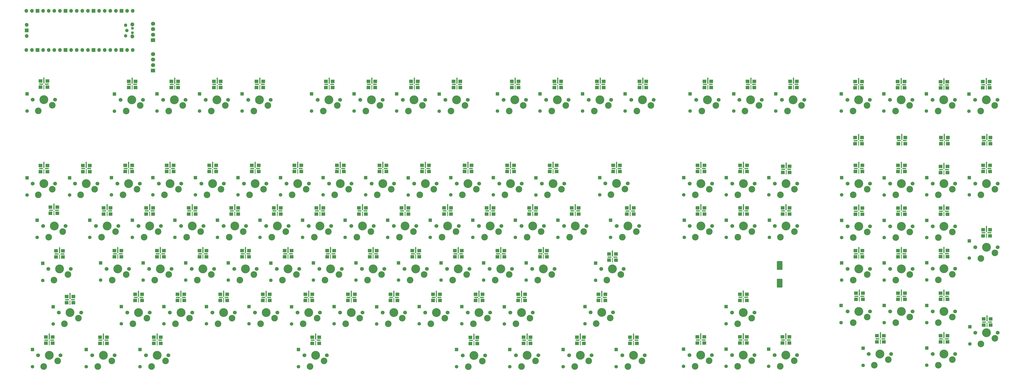
<source format=gbr>
%TF.GenerationSoftware,KiCad,Pcbnew,(5.1.9)-1*%
%TF.CreationDate,2021-03-19T23:51:34+10:00*%
%TF.ProjectId,RedPyKeeb,52656450-794b-4656-9562-2e6b69636164,rev?*%
%TF.SameCoordinates,Original*%
%TF.FileFunction,Soldermask,Top*%
%TF.FilePolarity,Negative*%
%FSLAX46Y46*%
G04 Gerber Fmt 4.6, Leading zero omitted, Abs format (unit mm)*
G04 Created by KiCad (PCBNEW (5.1.9)-1) date 2021-03-19 23:51:34*
%MOMM*%
%LPD*%
G01*
G04 APERTURE LIST*
%ADD10C,1.750000*%
%ADD11C,4.000000*%
%ADD12C,3.000000*%
%ADD13R,1.800000X1.500000*%
%ADD14R,1.800000X0.500000*%
%ADD15R,0.300000X2.000000*%
%ADD16R,0.600000X2.780000*%
%ADD17C,0.100000*%
%ADD18O,1.700000X1.700000*%
%ADD19R,1.700000X1.700000*%
%ADD20O,1.800000X1.800000*%
%ADD21O,1.500000X1.500000*%
%ADD22C,1.600000*%
%ADD23R,1.600000X1.600000*%
%ADD24O,1.950000X1.700000*%
G04 APERTURE END LIST*
D10*
%TO.C,K12\u002C3*%
X285877000Y-102933500D03*
X296037000Y-102933500D03*
D11*
X290957000Y-102933500D03*
D12*
X288417000Y-108013500D03*
X294767000Y-105473500D03*
%TD*%
D13*
%TO.C,LD0\u002C4*%
X46444500Y-118303500D03*
D14*
X46244500Y-116903500D03*
D13*
X46444500Y-115503500D03*
D14*
X43544500Y-116903500D03*
D13*
X43344500Y-115503500D03*
X43344500Y-118303500D03*
D15*
X44894500Y-118233500D03*
D16*
X44894500Y-115213500D03*
%TD*%
D13*
%TO.C,LD0\u002C0*%
X34633500Y-20513500D03*
D14*
X34433500Y-19113500D03*
D13*
X34633500Y-17713500D03*
D14*
X31733500Y-19113500D03*
D13*
X31533500Y-17713500D03*
X31533500Y-20513500D03*
D15*
X33083500Y-20443500D03*
D16*
X33083500Y-17423500D03*
%TD*%
D13*
%TO.C,LD0\u002C3*%
X41682000Y-97539000D03*
D14*
X41482000Y-96139000D03*
D13*
X41682000Y-94739000D03*
D14*
X38782000Y-96139000D03*
D13*
X38582000Y-94739000D03*
X38582000Y-97539000D03*
D15*
X40132000Y-97469000D03*
D16*
X40132000Y-94449000D03*
%TD*%
D13*
%TO.C,LD0\u002C5*%
X37046500Y-136655000D03*
D14*
X36846500Y-135255000D03*
D13*
X37046500Y-133855000D03*
D14*
X34146500Y-135255000D03*
D13*
X33946500Y-133855000D03*
X33946500Y-136655000D03*
D15*
X35496500Y-136585000D03*
D16*
X35496500Y-133565000D03*
%TD*%
D13*
%TO.C,LD0\u002C1*%
X34633500Y-58804000D03*
D14*
X34433500Y-57404000D03*
D13*
X34633500Y-56004000D03*
D14*
X31733500Y-57404000D03*
D13*
X31533500Y-56004000D03*
X31533500Y-58804000D03*
D15*
X33083500Y-58734000D03*
D16*
X33083500Y-55714000D03*
%TD*%
D13*
%TO.C,LD0\u002C2*%
X39142000Y-77727000D03*
D14*
X38942000Y-76327000D03*
D13*
X39142000Y-74927000D03*
D14*
X36242000Y-76327000D03*
D13*
X36042000Y-74927000D03*
X36042000Y-77727000D03*
D15*
X37592000Y-77657000D03*
D16*
X37592000Y-74637000D03*
%TD*%
D13*
%TO.C,LD1\u002C2*%
X63272000Y-78031800D03*
D14*
X63072000Y-76631800D03*
D13*
X63272000Y-75231800D03*
D14*
X60372000Y-76631800D03*
D13*
X60172000Y-75231800D03*
X60172000Y-78031800D03*
D15*
X61722000Y-77961800D03*
D16*
X61722000Y-74941800D03*
%TD*%
D13*
%TO.C,LD1\u002C5*%
X61621000Y-136705800D03*
D14*
X61421000Y-135305800D03*
D13*
X61621000Y-133905800D03*
D14*
X58721000Y-135305800D03*
D13*
X58521000Y-133905800D03*
X58521000Y-136705800D03*
D15*
X60071000Y-136635800D03*
D16*
X60071000Y-133615800D03*
%TD*%
D13*
%TO.C,LD1\u002C3*%
X68161500Y-97462800D03*
D14*
X67961500Y-96062800D03*
D13*
X68161500Y-94662800D03*
D14*
X65261500Y-96062800D03*
D13*
X65061500Y-94662800D03*
X65061500Y-97462800D03*
D15*
X66611500Y-97392800D03*
D16*
X66611500Y-94372800D03*
%TD*%
D13*
%TO.C,LD1\u002C1*%
X53848600Y-58804000D03*
D14*
X53648600Y-57404000D03*
D13*
X53848600Y-56004000D03*
D14*
X50948600Y-57404000D03*
D13*
X50748600Y-56004000D03*
X50748600Y-58804000D03*
D15*
X52298600Y-58734000D03*
D16*
X52298600Y-55714000D03*
%TD*%
D13*
%TO.C,LD1\u002C4*%
X77559500Y-117274800D03*
D14*
X77359500Y-115874800D03*
D13*
X77559500Y-114474800D03*
D14*
X74659500Y-115874800D03*
D13*
X74459500Y-114474800D03*
X74459500Y-117274800D03*
D15*
X76009500Y-117204800D03*
D16*
X76009500Y-114184800D03*
%TD*%
D13*
%TO.C,LD1\u002C0*%
X74638500Y-20627800D03*
D14*
X74438500Y-19227800D03*
D13*
X74638500Y-17827800D03*
D14*
X71738500Y-19227800D03*
D13*
X71538500Y-17827800D03*
X71538500Y-20627800D03*
D15*
X73088500Y-20557800D03*
D16*
X73088500Y-17537800D03*
%TD*%
D13*
%TO.C,LD2\u002C2*%
X82576000Y-78031800D03*
D14*
X82376000Y-76631800D03*
D13*
X82576000Y-75231800D03*
D14*
X79676000Y-76631800D03*
D13*
X79476000Y-75231800D03*
X79476000Y-78031800D03*
D15*
X81026000Y-77961800D03*
D16*
X81026000Y-74941800D03*
%TD*%
D13*
%TO.C,LD2\u002C1*%
X73051000Y-58791300D03*
D14*
X72851000Y-57391300D03*
D13*
X73051000Y-55991300D03*
D14*
X70151000Y-57391300D03*
D13*
X69951000Y-55991300D03*
X69951000Y-58791300D03*
D15*
X71501000Y-58721300D03*
D16*
X71501000Y-55701300D03*
%TD*%
D13*
%TO.C,LD2\u002C0*%
X93942500Y-20627800D03*
D14*
X93742500Y-19227800D03*
D13*
X93942500Y-17827800D03*
D14*
X91042500Y-19227800D03*
D13*
X90842500Y-17827800D03*
X90842500Y-20627800D03*
D15*
X92392500Y-20557800D03*
D16*
X92392500Y-17537800D03*
%TD*%
D13*
%TO.C,LD2\u002C4*%
X96723500Y-117274800D03*
D14*
X96523500Y-115874800D03*
D13*
X96723500Y-114474800D03*
D14*
X93823500Y-115874800D03*
D13*
X93623500Y-114474800D03*
X93623500Y-117274800D03*
D15*
X95173500Y-117204800D03*
D16*
X95173500Y-114184800D03*
%TD*%
D13*
%TO.C,LD2\u002C5*%
X86005000Y-136705800D03*
D14*
X85805000Y-135305800D03*
D13*
X86005000Y-133905800D03*
D14*
X83105000Y-135305800D03*
D13*
X82905000Y-133905800D03*
X82905000Y-136705800D03*
D15*
X84455000Y-136635800D03*
D16*
X84455000Y-133615800D03*
%TD*%
D13*
%TO.C,LD2\u002C3*%
X87465500Y-97462800D03*
D14*
X87265500Y-96062800D03*
D13*
X87465500Y-94662800D03*
D14*
X84565500Y-96062800D03*
D13*
X84365500Y-94662800D03*
X84365500Y-97462800D03*
D15*
X85915500Y-97392800D03*
D16*
X85915500Y-94372800D03*
%TD*%
D13*
%TO.C,LD3\u002C3*%
X106769500Y-97462800D03*
D14*
X106569500Y-96062800D03*
D13*
X106769500Y-94662800D03*
D14*
X103869500Y-96062800D03*
D13*
X103669500Y-94662800D03*
X103669500Y-97462800D03*
D15*
X105219500Y-97392800D03*
D16*
X105219500Y-94372800D03*
%TD*%
D13*
%TO.C,LD3\u002C5*%
X157887000Y-136705800D03*
D14*
X157687000Y-135305800D03*
D13*
X157887000Y-133905800D03*
D14*
X154987000Y-135305800D03*
D13*
X154787000Y-133905800D03*
X154787000Y-136705800D03*
D15*
X156337000Y-136635800D03*
D16*
X156337000Y-133615800D03*
%TD*%
D13*
%TO.C,LD3\u002C4*%
X116167500Y-117274800D03*
D14*
X115967500Y-115874800D03*
D13*
X116167500Y-114474800D03*
D14*
X113267500Y-115874800D03*
D13*
X113067500Y-114474800D03*
X113067500Y-117274800D03*
D15*
X114617500Y-117204800D03*
D16*
X114617500Y-114184800D03*
%TD*%
D13*
%TO.C,LD3\u002C2*%
X101880000Y-78031800D03*
D14*
X101680000Y-76631800D03*
D13*
X101880000Y-75231800D03*
D14*
X98980000Y-76631800D03*
D13*
X98780000Y-75231800D03*
X98780000Y-78031800D03*
D15*
X100330000Y-77961800D03*
D16*
X100330000Y-74941800D03*
%TD*%
D13*
%TO.C,LD3\u002C1*%
X91847000Y-58791300D03*
D14*
X91647000Y-57391300D03*
D13*
X91847000Y-55991300D03*
D14*
X88947000Y-57391300D03*
D13*
X88747000Y-55991300D03*
X88747000Y-58791300D03*
D15*
X90297000Y-58721300D03*
D16*
X90297000Y-55701300D03*
%TD*%
D13*
%TO.C,LD3\u002C0*%
X113246500Y-20627800D03*
D14*
X113046500Y-19227800D03*
D13*
X113246500Y-17827800D03*
D14*
X110346500Y-19227800D03*
D13*
X110146500Y-17827800D03*
X110146500Y-20627800D03*
D15*
X111696500Y-20557800D03*
D16*
X111696500Y-17537800D03*
%TD*%
D13*
%TO.C,LD4\u002C1*%
X111151000Y-58791300D03*
D14*
X110951000Y-57391300D03*
D13*
X111151000Y-55991300D03*
D14*
X108251000Y-57391300D03*
D13*
X108051000Y-55991300D03*
X108051000Y-58791300D03*
D15*
X109601000Y-58721300D03*
D16*
X109601000Y-55701300D03*
%TD*%
D13*
%TO.C,LD4\u002C2*%
X121184000Y-78031800D03*
D14*
X120984000Y-76631800D03*
D13*
X121184000Y-75231800D03*
D14*
X118284000Y-76631800D03*
D13*
X118084000Y-75231800D03*
X118084000Y-78031800D03*
D15*
X119634000Y-77961800D03*
D16*
X119634000Y-74941800D03*
%TD*%
D13*
%TO.C,LD4\u002C0*%
X132550500Y-20627800D03*
D14*
X132350500Y-19227800D03*
D13*
X132550500Y-17827800D03*
D14*
X129650500Y-19227800D03*
D13*
X129450500Y-17827800D03*
X129450500Y-20627800D03*
D15*
X131000500Y-20557800D03*
D16*
X131000500Y-17537800D03*
%TD*%
D13*
%TO.C,LD4\u002C4*%
X135471500Y-117274800D03*
D14*
X135271500Y-115874800D03*
D13*
X135471500Y-114474800D03*
D14*
X132571500Y-115874800D03*
D13*
X132371500Y-114474800D03*
X132371500Y-117274800D03*
D15*
X133921500Y-117204800D03*
D16*
X133921500Y-114184800D03*
%TD*%
D13*
%TO.C,LD4\u002C3*%
X126073500Y-97462800D03*
D14*
X125873500Y-96062800D03*
D13*
X126073500Y-94662800D03*
D14*
X123173500Y-96062800D03*
D13*
X122973500Y-94662800D03*
X122973500Y-97462800D03*
D15*
X124523500Y-97392800D03*
D16*
X124523500Y-94372800D03*
%TD*%
D13*
%TO.C,LD5\u002C3*%
X145377500Y-97462800D03*
D14*
X145177500Y-96062800D03*
D13*
X145377500Y-94662800D03*
D14*
X142477500Y-96062800D03*
D13*
X142277500Y-94662800D03*
X142277500Y-97462800D03*
D15*
X143827500Y-97392800D03*
D16*
X143827500Y-94372800D03*
%TD*%
D13*
%TO.C,LD5\u002C0*%
X164046500Y-20627800D03*
D14*
X163846500Y-19227800D03*
D13*
X164046500Y-17827800D03*
D14*
X161146500Y-19227800D03*
D13*
X160946500Y-17827800D03*
X160946500Y-20627800D03*
D15*
X162496500Y-20557800D03*
D16*
X162496500Y-17537800D03*
%TD*%
D13*
%TO.C,LD5\u002C4*%
X154775500Y-117274800D03*
D14*
X154575500Y-115874800D03*
D13*
X154775500Y-114474800D03*
D14*
X151875500Y-115874800D03*
D13*
X151675500Y-114474800D03*
X151675500Y-117274800D03*
D15*
X153225500Y-117204800D03*
D16*
X153225500Y-114184800D03*
%TD*%
D13*
%TO.C,LD5\u002C2*%
X140488000Y-78031800D03*
D14*
X140288000Y-76631800D03*
D13*
X140488000Y-75231800D03*
D14*
X137588000Y-76631800D03*
D13*
X137388000Y-75231800D03*
X137388000Y-78031800D03*
D15*
X138938000Y-77961800D03*
D16*
X138938000Y-74941800D03*
%TD*%
D13*
%TO.C,LD5\u002C1*%
X130455000Y-58791300D03*
D14*
X130255000Y-57391300D03*
D13*
X130455000Y-55991300D03*
D14*
X127555000Y-57391300D03*
D13*
X127355000Y-55991300D03*
X127355000Y-58791300D03*
D15*
X128905000Y-58721300D03*
D16*
X128905000Y-55701300D03*
%TD*%
D13*
%TO.C,LD6\u002C2*%
X159792000Y-78031800D03*
D14*
X159592000Y-76631800D03*
D13*
X159792000Y-75231800D03*
D14*
X156892000Y-76631800D03*
D13*
X156692000Y-75231800D03*
X156692000Y-78031800D03*
D15*
X158242000Y-77961800D03*
D16*
X158242000Y-74941800D03*
%TD*%
D13*
%TO.C,LD6\u002C0*%
X183350500Y-20627800D03*
D14*
X183150500Y-19227800D03*
D13*
X183350500Y-17827800D03*
D14*
X180450500Y-19227800D03*
D13*
X180250500Y-17827800D03*
X180250500Y-20627800D03*
D15*
X181800500Y-20557800D03*
D16*
X181800500Y-17537800D03*
%TD*%
D13*
%TO.C,LD6\u002C4*%
X174079500Y-117274800D03*
D14*
X173879500Y-115874800D03*
D13*
X174079500Y-114474800D03*
D14*
X171179500Y-115874800D03*
D13*
X170979500Y-114474800D03*
X170979500Y-117274800D03*
D15*
X172529500Y-117204800D03*
D16*
X172529500Y-114184800D03*
%TD*%
D13*
%TO.C,LD6\u002C3*%
X164681500Y-97462800D03*
D14*
X164481500Y-96062800D03*
D13*
X164681500Y-94662800D03*
D14*
X161781500Y-96062800D03*
D13*
X161581500Y-94662800D03*
X161581500Y-97462800D03*
D15*
X163131500Y-97392800D03*
D16*
X163131500Y-94372800D03*
%TD*%
D13*
%TO.C,LD6\u002C1*%
X149759000Y-58791300D03*
D14*
X149559000Y-57391300D03*
D13*
X149759000Y-55991300D03*
D14*
X146859000Y-57391300D03*
D13*
X146659000Y-55991300D03*
X146659000Y-58791300D03*
D15*
X148209000Y-58721300D03*
D16*
X148209000Y-55701300D03*
%TD*%
D13*
%TO.C,LD7\u002C0*%
X202654500Y-20627800D03*
D14*
X202454500Y-19227800D03*
D13*
X202654500Y-17827800D03*
D14*
X199754500Y-19227800D03*
D13*
X199554500Y-17827800D03*
X199554500Y-20627800D03*
D15*
X201104500Y-20557800D03*
D16*
X201104500Y-17537800D03*
%TD*%
D13*
%TO.C,LD7\u002C4*%
X193383500Y-117274800D03*
D14*
X193183500Y-115874800D03*
D13*
X193383500Y-114474800D03*
D14*
X190483500Y-115874800D03*
D13*
X190283500Y-114474800D03*
X190283500Y-117274800D03*
D15*
X191833500Y-117204800D03*
D16*
X191833500Y-114184800D03*
%TD*%
D13*
%TO.C,LD7\u002C3*%
X183985500Y-97462800D03*
D14*
X183785500Y-96062800D03*
D13*
X183985500Y-94662800D03*
D14*
X181085500Y-96062800D03*
D13*
X180885500Y-94662800D03*
X180885500Y-97462800D03*
D15*
X182435500Y-97392800D03*
D16*
X182435500Y-94372800D03*
%TD*%
D13*
%TO.C,LD7\u002C1*%
X169063000Y-58791300D03*
D14*
X168863000Y-57391300D03*
D13*
X169063000Y-55991300D03*
D14*
X166163000Y-57391300D03*
D13*
X165963000Y-55991300D03*
X165963000Y-58791300D03*
D15*
X167513000Y-58721300D03*
D16*
X167513000Y-55701300D03*
%TD*%
D13*
%TO.C,LD7\u002C2*%
X179096000Y-78031800D03*
D14*
X178896000Y-76631800D03*
D13*
X179096000Y-75231800D03*
D14*
X176196000Y-76631800D03*
D13*
X175996000Y-75231800D03*
X175996000Y-78031800D03*
D15*
X177546000Y-77961800D03*
D16*
X177546000Y-74941800D03*
%TD*%
D13*
%TO.C,LD8\u002C3*%
X203289500Y-97462800D03*
D14*
X203089500Y-96062800D03*
D13*
X203289500Y-94662800D03*
D14*
X200389500Y-96062800D03*
D13*
X200189500Y-94662800D03*
X200189500Y-97462800D03*
D15*
X201739500Y-97392800D03*
D16*
X201739500Y-94372800D03*
%TD*%
D13*
%TO.C,LD8\u002C4*%
X212687500Y-117274800D03*
D14*
X212487500Y-115874800D03*
D13*
X212687500Y-114474800D03*
D14*
X209787500Y-115874800D03*
D13*
X209587500Y-114474800D03*
X209587500Y-117274800D03*
D15*
X211137500Y-117204800D03*
D16*
X211137500Y-114184800D03*
%TD*%
D13*
%TO.C,LD8\u002C0*%
X221958500Y-20627800D03*
D14*
X221758500Y-19227800D03*
D13*
X221958500Y-17827800D03*
D14*
X219058500Y-19227800D03*
D13*
X218858500Y-17827800D03*
X218858500Y-20627800D03*
D15*
X220408500Y-20557800D03*
D16*
X220408500Y-17537800D03*
%TD*%
D13*
%TO.C,LD8\u002C2*%
X198400000Y-78031800D03*
D14*
X198200000Y-76631800D03*
D13*
X198400000Y-75231800D03*
D14*
X195500000Y-76631800D03*
D13*
X195300000Y-75231800D03*
X195300000Y-78031800D03*
D15*
X196850000Y-77961800D03*
D16*
X196850000Y-74941800D03*
%TD*%
D13*
%TO.C,LD8\u002C1*%
X188367000Y-58791300D03*
D14*
X188167000Y-57391300D03*
D13*
X188367000Y-55991300D03*
D14*
X185467000Y-57391300D03*
D13*
X185267000Y-55991300D03*
X185267000Y-58791300D03*
D15*
X186817000Y-58721300D03*
D16*
X186817000Y-55701300D03*
%TD*%
D13*
%TO.C,LD8\u002C5*%
X229642000Y-136814599D03*
D14*
X229442000Y-135414599D03*
D13*
X229642000Y-134014599D03*
D14*
X226742000Y-135414599D03*
D13*
X226542000Y-134014599D03*
X226542000Y-136814599D03*
D15*
X228092000Y-136744599D03*
D16*
X228092000Y-133724599D03*
%TD*%
D13*
%TO.C,LD9\u002C0*%
X248374500Y-20627800D03*
D14*
X248174500Y-19227800D03*
D13*
X248374500Y-17827800D03*
D14*
X245474500Y-19227800D03*
D13*
X245274500Y-17827800D03*
X245274500Y-20627800D03*
D15*
X246824500Y-20557800D03*
D16*
X246824500Y-17537800D03*
%TD*%
D13*
%TO.C,LD9\u002C1*%
X207671000Y-58791300D03*
D14*
X207471000Y-57391300D03*
D13*
X207671000Y-55991300D03*
D14*
X204771000Y-57391300D03*
D13*
X204571000Y-55991300D03*
X204571000Y-58791300D03*
D15*
X206121000Y-58721300D03*
D16*
X206121000Y-55701300D03*
%TD*%
D13*
%TO.C,LD9\u002C4*%
X231991500Y-117274800D03*
D14*
X231791500Y-115874800D03*
D13*
X231991500Y-114474800D03*
D14*
X229091500Y-115874800D03*
D13*
X228891500Y-114474800D03*
X228891500Y-117274800D03*
D15*
X230441500Y-117204800D03*
D16*
X230441500Y-114184800D03*
%TD*%
D13*
%TO.C,LD9\u002C3*%
X222593500Y-97462800D03*
D14*
X222393500Y-96062800D03*
D13*
X222593500Y-94662800D03*
D14*
X219693500Y-96062800D03*
D13*
X219493500Y-94662800D03*
X219493500Y-97462800D03*
D15*
X221043500Y-97392800D03*
D16*
X221043500Y-94372800D03*
%TD*%
D13*
%TO.C,LD9\u002C5*%
X253772000Y-136705800D03*
D14*
X253572000Y-135305800D03*
D13*
X253772000Y-133905800D03*
D14*
X250872000Y-135305800D03*
D13*
X250672000Y-133905800D03*
X250672000Y-136705800D03*
D15*
X252222000Y-136635800D03*
D16*
X252222000Y-133615800D03*
%TD*%
D13*
%TO.C,LD9\u002C2*%
X217704000Y-78031800D03*
D14*
X217504000Y-76631800D03*
D13*
X217704000Y-75231800D03*
D14*
X214804000Y-76631800D03*
D13*
X214604000Y-75231800D03*
X214604000Y-78031800D03*
D15*
X216154000Y-77961800D03*
D16*
X216154000Y-74941800D03*
%TD*%
D13*
%TO.C,LD10\u002C0*%
X267678500Y-20627800D03*
D14*
X267478500Y-19227800D03*
D13*
X267678500Y-17827800D03*
D14*
X264778500Y-19227800D03*
D13*
X264578500Y-17827800D03*
X264578500Y-20627800D03*
D15*
X266128500Y-20557800D03*
D16*
X266128500Y-17537800D03*
%TD*%
D13*
%TO.C,LD10\u002C5*%
X277965500Y-136705800D03*
D14*
X277765500Y-135305800D03*
D13*
X277965500Y-133905800D03*
D14*
X275065500Y-135305800D03*
D13*
X274865500Y-133905800D03*
X274865500Y-136705800D03*
D15*
X276415500Y-136635800D03*
D16*
X276415500Y-133615800D03*
%TD*%
D13*
%TO.C,LD10\u002C1*%
X226975000Y-58791300D03*
D14*
X226775000Y-57391300D03*
D13*
X226975000Y-55991300D03*
D14*
X224075000Y-57391300D03*
D13*
X223875000Y-55991300D03*
X223875000Y-58791300D03*
D15*
X225425000Y-58721300D03*
D16*
X225425000Y-55701300D03*
%TD*%
D13*
%TO.C,LD10\u002C2*%
X237008000Y-78031800D03*
D14*
X236808000Y-76631800D03*
D13*
X237008000Y-75231800D03*
D14*
X234108000Y-76631800D03*
D13*
X233908000Y-75231800D03*
X233908000Y-78031800D03*
D15*
X235458000Y-77961800D03*
D16*
X235458000Y-74941800D03*
%TD*%
D13*
%TO.C,LD10\u002C4*%
X251295500Y-117274800D03*
D14*
X251095500Y-115874800D03*
D13*
X251295500Y-114474800D03*
D14*
X248395500Y-115874800D03*
D13*
X248195500Y-114474800D03*
X248195500Y-117274800D03*
D15*
X249745500Y-117204800D03*
D16*
X249745500Y-114184800D03*
%TD*%
D13*
%TO.C,LD10\u002C3*%
X241897500Y-97462800D03*
D14*
X241697500Y-96062800D03*
D13*
X241897500Y-94662800D03*
D14*
X238997500Y-96062800D03*
D13*
X238797500Y-94662800D03*
X238797500Y-97462800D03*
D15*
X240347500Y-97392800D03*
D16*
X240347500Y-94372800D03*
%TD*%
D13*
%TO.C,LD11\u002C1*%
X246279000Y-58791300D03*
D14*
X246079000Y-57391300D03*
D13*
X246279000Y-55991300D03*
D14*
X243379000Y-57391300D03*
D13*
X243179000Y-55991300D03*
X243179000Y-58791300D03*
D15*
X244729000Y-58721300D03*
D16*
X244729000Y-55701300D03*
%TD*%
D13*
%TO.C,LD11\u002C3*%
X261201500Y-97462800D03*
D14*
X261001500Y-96062800D03*
D13*
X261201500Y-94662800D03*
D14*
X258301500Y-96062800D03*
D13*
X258101500Y-94662800D03*
X258101500Y-97462800D03*
D15*
X259651500Y-97392800D03*
D16*
X259651500Y-94372800D03*
%TD*%
D13*
%TO.C,LD11\u002C0*%
X286982500Y-20627800D03*
D14*
X286782500Y-19227800D03*
D13*
X286982500Y-17827800D03*
D14*
X284082500Y-19227800D03*
D13*
X283882500Y-17827800D03*
X283882500Y-20627800D03*
D15*
X285432500Y-20557800D03*
D16*
X285432500Y-17537800D03*
%TD*%
D13*
%TO.C,LD11\u002C5*%
X302032000Y-136705800D03*
D14*
X301832000Y-135305800D03*
D13*
X302032000Y-133905800D03*
D14*
X299132000Y-135305800D03*
D13*
X298932000Y-133905800D03*
X298932000Y-136705800D03*
D15*
X300482000Y-136635800D03*
D16*
X300482000Y-133615800D03*
%TD*%
D13*
%TO.C,LD11\u002C2*%
X256312000Y-78031800D03*
D14*
X256112000Y-76631800D03*
D13*
X256312000Y-75231800D03*
D14*
X253412000Y-76631800D03*
D13*
X253212000Y-75231800D03*
X253212000Y-78031800D03*
D15*
X254762000Y-77961800D03*
D16*
X254762000Y-74941800D03*
%TD*%
D13*
%TO.C,LD11\u002C4*%
X287681000Y-117274800D03*
D14*
X287481000Y-115874800D03*
D13*
X287681000Y-114474800D03*
D14*
X284781000Y-115874800D03*
D13*
X284581000Y-114474800D03*
X284581000Y-117274800D03*
D15*
X286131000Y-117204800D03*
D16*
X286131000Y-114184800D03*
%TD*%
D13*
%TO.C,LD12\u002C2*%
X275616000Y-78031800D03*
D14*
X275416000Y-76631800D03*
D13*
X275616000Y-75231800D03*
D14*
X272716000Y-76631800D03*
D13*
X272516000Y-75231800D03*
X272516000Y-78031800D03*
D15*
X274066000Y-77961800D03*
D16*
X274066000Y-74941800D03*
%TD*%
D13*
%TO.C,LD12\u002C3*%
X292507000Y-98999500D03*
D14*
X292307000Y-97599500D03*
D13*
X292507000Y-96199500D03*
D14*
X289607000Y-97599500D03*
D13*
X289407000Y-96199500D03*
X289407000Y-98999500D03*
D15*
X290957000Y-98929500D03*
D16*
X290957000Y-95909500D03*
%TD*%
D13*
%TO.C,LD12\u002C1*%
X265583000Y-58791300D03*
D14*
X265383000Y-57391300D03*
D13*
X265583000Y-55991300D03*
D14*
X262683000Y-57391300D03*
D13*
X262483000Y-55991300D03*
X262483000Y-58791300D03*
D15*
X264033000Y-58721300D03*
D16*
X264033000Y-55701300D03*
%TD*%
D13*
%TO.C,LD12\u002C0*%
X306286500Y-20627800D03*
D14*
X306086500Y-19227800D03*
D13*
X306286500Y-17827800D03*
D14*
X303386500Y-19227800D03*
D13*
X303186500Y-17827800D03*
X303186500Y-20627800D03*
D15*
X304736500Y-20557800D03*
D16*
X304736500Y-17537800D03*
%TD*%
D13*
%TO.C,LD13\u002C2*%
X300571500Y-78095300D03*
D14*
X300371500Y-76695300D03*
D13*
X300571500Y-75295300D03*
D14*
X297671500Y-76695300D03*
D13*
X297471500Y-75295300D03*
X297471500Y-78095300D03*
D15*
X299021500Y-78025300D03*
D16*
X299021500Y-75005300D03*
%TD*%
D13*
%TO.C,LD13\u002C1*%
X294348500Y-58791300D03*
D14*
X294148500Y-57391300D03*
D13*
X294348500Y-55991300D03*
D14*
X291448500Y-57391300D03*
D13*
X291248500Y-55991300D03*
X291248500Y-58791300D03*
D15*
X292798500Y-58721300D03*
D16*
X292798500Y-55701300D03*
%TD*%
D13*
%TO.C,LD14\u002C6*%
X332575500Y-136578800D03*
D14*
X332375500Y-135178800D03*
D13*
X332575500Y-133778800D03*
D14*
X329675500Y-135178800D03*
D13*
X329475500Y-133778800D03*
X329475500Y-136578800D03*
D15*
X331025500Y-136508800D03*
D16*
X331025500Y-133488800D03*
%TD*%
D13*
%TO.C,LD14\u002C0*%
X335750500Y-20627800D03*
D14*
X335550500Y-19227800D03*
D13*
X335750500Y-17827800D03*
D14*
X332850500Y-19227800D03*
D13*
X332650500Y-17827800D03*
X332650500Y-20627800D03*
D15*
X334200500Y-20557800D03*
D16*
X334200500Y-17537800D03*
%TD*%
D13*
%TO.C,LD14\u002C3*%
X332639000Y-78031800D03*
D14*
X332439000Y-76631800D03*
D13*
X332639000Y-75231800D03*
D14*
X329739000Y-76631800D03*
D13*
X329539000Y-75231800D03*
X329539000Y-78031800D03*
D15*
X331089000Y-77961800D03*
D16*
X331089000Y-74941800D03*
%TD*%
D13*
%TO.C,LD14\u002C1*%
X332639000Y-58791300D03*
D14*
X332439000Y-57391300D03*
D13*
X332639000Y-55991300D03*
D14*
X329739000Y-57391300D03*
D13*
X329539000Y-55991300D03*
X329539000Y-58791300D03*
D15*
X331089000Y-58721300D03*
D16*
X331089000Y-55701300D03*
%TD*%
D13*
%TO.C,LD15\u002C1*%
X351943000Y-58791300D03*
D14*
X351743000Y-57391300D03*
D13*
X351943000Y-55991300D03*
D14*
X349043000Y-57391300D03*
D13*
X348843000Y-55991300D03*
X348843000Y-58791300D03*
D15*
X350393000Y-58721300D03*
D16*
X350393000Y-55701300D03*
%TD*%
D13*
%TO.C,LD15\u002C3*%
X351943000Y-78031800D03*
D14*
X351743000Y-76631800D03*
D13*
X351943000Y-75231800D03*
D14*
X349043000Y-76631800D03*
D13*
X348843000Y-75231800D03*
X348843000Y-78031800D03*
D15*
X350393000Y-77961800D03*
D16*
X350393000Y-74941800D03*
%TD*%
D13*
%TO.C,LD15\u002C6*%
X351879500Y-136578800D03*
D14*
X351679500Y-135178800D03*
D13*
X351879500Y-133778800D03*
D14*
X348979500Y-135178800D03*
D13*
X348779500Y-133778800D03*
X348779500Y-136578800D03*
D15*
X350329500Y-136508800D03*
D16*
X350329500Y-133488800D03*
%TD*%
D13*
%TO.C,LD15\u002C5*%
X351879500Y-117224000D03*
D14*
X351679500Y-115824000D03*
D13*
X351879500Y-114424000D03*
D14*
X348979500Y-115824000D03*
D13*
X348779500Y-114424000D03*
X348779500Y-117224000D03*
D15*
X350329500Y-117154000D03*
D16*
X350329500Y-114134000D03*
%TD*%
D13*
%TO.C,LD15\u002C0*%
X355308500Y-20627800D03*
D14*
X355108500Y-19227800D03*
D13*
X355308500Y-17827800D03*
D14*
X352408500Y-19227800D03*
D13*
X352208500Y-17827800D03*
X352208500Y-20627800D03*
D15*
X353758500Y-20557800D03*
D16*
X353758500Y-17537800D03*
%TD*%
D13*
%TO.C,LD16\u002C4*%
X404267000Y-97462800D03*
D14*
X404067000Y-96062800D03*
D13*
X404267000Y-94662800D03*
D14*
X401367000Y-96062800D03*
D13*
X401167000Y-94662800D03*
X401167000Y-97462800D03*
D15*
X402717000Y-97392800D03*
D16*
X402717000Y-94372800D03*
%TD*%
D13*
%TO.C,LD16\u002C0*%
X374612500Y-20627800D03*
D14*
X374412500Y-19227800D03*
D13*
X374612500Y-17827800D03*
D14*
X371712500Y-19227800D03*
D13*
X371512500Y-17827800D03*
X371512500Y-20627800D03*
D15*
X373062500Y-20557800D03*
D16*
X373062500Y-17537800D03*
%TD*%
D13*
%TO.C,LD16\u002C6*%
X371183500Y-136578800D03*
D14*
X370983500Y-135178800D03*
D13*
X371183500Y-133778800D03*
D14*
X368283500Y-135178800D03*
D13*
X368083500Y-133778800D03*
X368083500Y-136578800D03*
D15*
X369633500Y-136508800D03*
D16*
X369633500Y-133488800D03*
%TD*%
D13*
%TO.C,LD16\u002C1*%
X371325200Y-59146599D03*
D14*
X371125200Y-57746599D03*
D13*
X371325200Y-56346599D03*
D14*
X368425200Y-57746599D03*
D13*
X368225200Y-56346599D03*
X368225200Y-59146599D03*
D15*
X369775200Y-59076599D03*
D16*
X369775200Y-56056599D03*
%TD*%
D13*
%TO.C,LD16\u002C3*%
X371247000Y-78031800D03*
D14*
X371047000Y-76631800D03*
D13*
X371247000Y-75231800D03*
D14*
X368347000Y-76631800D03*
D13*
X368147000Y-75231800D03*
X368147000Y-78031800D03*
D15*
X369697000Y-77961800D03*
D16*
X369697000Y-74941800D03*
%TD*%
D13*
%TO.C,LD16\u002C5*%
X404521000Y-116766800D03*
D14*
X404321000Y-115366800D03*
D13*
X404521000Y-113966800D03*
D14*
X401621000Y-115366800D03*
D13*
X401421000Y-113966800D03*
X401421000Y-116766800D03*
D15*
X402971000Y-116696800D03*
D16*
X402971000Y-113676800D03*
%TD*%
D13*
%TO.C,LD17\u002C7*%
X404140000Y-46154800D03*
D14*
X403940000Y-44754800D03*
D13*
X404140000Y-43354800D03*
D14*
X401240000Y-44754800D03*
D13*
X401040000Y-43354800D03*
X401040000Y-46154800D03*
D15*
X402590000Y-46084800D03*
D16*
X402590000Y-43064800D03*
%TD*%
D13*
%TO.C,LD17\u002C0*%
X404140000Y-20754800D03*
D14*
X403940000Y-19354800D03*
D13*
X404140000Y-17954800D03*
D14*
X401240000Y-19354800D03*
D13*
X401040000Y-17954800D03*
X401040000Y-20754800D03*
D15*
X402590000Y-20684800D03*
D16*
X402590000Y-17664800D03*
%TD*%
D13*
%TO.C,LD17\u002C1*%
X404267000Y-58791300D03*
D14*
X404067000Y-57391300D03*
D13*
X404267000Y-55991300D03*
D14*
X401367000Y-57391300D03*
D13*
X401167000Y-55991300D03*
X401167000Y-58791300D03*
D15*
X402717000Y-58721300D03*
D16*
X402717000Y-55701300D03*
%TD*%
D13*
%TO.C,LD17\u002C5*%
X423571000Y-116766800D03*
D14*
X423371000Y-115366800D03*
D13*
X423571000Y-113966800D03*
D14*
X420671000Y-115366800D03*
D13*
X420471000Y-113966800D03*
X420471000Y-116766800D03*
D15*
X422021000Y-116696800D03*
D16*
X422021000Y-113676800D03*
%TD*%
D13*
%TO.C,LD17\u002C6*%
X414046000Y-136070800D03*
D14*
X413846000Y-134670800D03*
D13*
X414046000Y-133270800D03*
D14*
X411146000Y-134670800D03*
D13*
X410946000Y-133270800D03*
X410946000Y-136070800D03*
D15*
X412496000Y-136000800D03*
D16*
X412496000Y-132980800D03*
%TD*%
D13*
%TO.C,LD17\u002C3*%
X404267000Y-78158800D03*
D14*
X404067000Y-76758800D03*
D13*
X404267000Y-75358800D03*
D14*
X401367000Y-76758800D03*
D13*
X401167000Y-75358800D03*
X401167000Y-78158800D03*
D15*
X402717000Y-78088800D03*
D16*
X402717000Y-75068800D03*
%TD*%
D13*
%TO.C,LD17\u002C4*%
X423571000Y-97462800D03*
D14*
X423371000Y-96062800D03*
D13*
X423571000Y-94662800D03*
D14*
X420671000Y-96062800D03*
D13*
X420471000Y-94662800D03*
X420471000Y-97462800D03*
D15*
X422021000Y-97392800D03*
D16*
X422021000Y-94372800D03*
%TD*%
D13*
%TO.C,LD18\u002C6*%
X442875000Y-136070800D03*
D14*
X442675000Y-134670800D03*
D13*
X442875000Y-133270800D03*
D14*
X439975000Y-134670800D03*
D13*
X439775000Y-133270800D03*
X439775000Y-136070800D03*
D15*
X441325000Y-136000800D03*
D16*
X441325000Y-132980800D03*
%TD*%
D13*
%TO.C,LD18\u002C1*%
X423571000Y-58791300D03*
D14*
X423371000Y-57391300D03*
D13*
X423571000Y-55991300D03*
D14*
X420671000Y-57391300D03*
D13*
X420471000Y-55991300D03*
X420471000Y-58791300D03*
D15*
X422021000Y-58721300D03*
D16*
X422021000Y-55701300D03*
%TD*%
D13*
%TO.C,LD18\u002C7*%
X423761500Y-46104000D03*
D14*
X423561500Y-44704000D03*
D13*
X423761500Y-43304000D03*
D14*
X420861500Y-44704000D03*
D13*
X420661500Y-43304000D03*
X420661500Y-46104000D03*
D15*
X422211500Y-46034000D03*
D16*
X422211500Y-43014000D03*
%TD*%
D13*
%TO.C,LD18\u002C5*%
X442875000Y-116766800D03*
D14*
X442675000Y-115366800D03*
D13*
X442875000Y-113966800D03*
D14*
X439975000Y-115366800D03*
D13*
X439775000Y-113966800D03*
X439775000Y-116766800D03*
D15*
X441325000Y-116696800D03*
D16*
X441325000Y-113676800D03*
%TD*%
D13*
%TO.C,LD18\u002C4*%
X442875000Y-97399300D03*
D14*
X442675000Y-95999300D03*
D13*
X442875000Y-94599300D03*
D14*
X439975000Y-95999300D03*
D13*
X439775000Y-94599300D03*
X439775000Y-97399300D03*
D15*
X441325000Y-97329300D03*
D16*
X441325000Y-94309300D03*
%TD*%
D13*
%TO.C,LD18\u002C3*%
X423571000Y-78158800D03*
D14*
X423371000Y-76758800D03*
D13*
X423571000Y-75358800D03*
D14*
X420671000Y-76758800D03*
D13*
X420471000Y-75358800D03*
X420471000Y-78158800D03*
D15*
X422021000Y-78088800D03*
D16*
X422021000Y-75068800D03*
%TD*%
D13*
%TO.C,LD18\u002C0*%
X423444000Y-20754800D03*
D14*
X423244000Y-19354800D03*
D13*
X423444000Y-17954800D03*
D14*
X420544000Y-19354800D03*
D13*
X420344000Y-17954800D03*
X420344000Y-20754800D03*
D15*
X421894000Y-20684800D03*
D16*
X421894000Y-17664800D03*
%TD*%
D13*
%TO.C,LD19\u002C7*%
X443065500Y-46104000D03*
D14*
X442865500Y-44704000D03*
D13*
X443065500Y-43304000D03*
D14*
X440165500Y-44704000D03*
D13*
X439965500Y-43304000D03*
X439965500Y-46104000D03*
D15*
X441515500Y-46034000D03*
D16*
X441515500Y-43014000D03*
%TD*%
D13*
%TO.C,LD19\u002C0*%
X442866200Y-20840099D03*
D14*
X442666200Y-19440099D03*
D13*
X442866200Y-18040099D03*
D14*
X439966200Y-19440099D03*
D13*
X439766200Y-18040099D03*
X439766200Y-20840099D03*
D15*
X441316200Y-20770099D03*
D16*
X441316200Y-17750099D03*
%TD*%
D13*
%TO.C,LD19\u002C1*%
X442875000Y-59299300D03*
D14*
X442675000Y-57899300D03*
D13*
X442875000Y-56499300D03*
D14*
X439975000Y-57899300D03*
D13*
X439775000Y-56499300D03*
X439775000Y-59299300D03*
D15*
X441325000Y-59229300D03*
D16*
X441325000Y-56209300D03*
%TD*%
D13*
%TO.C,LD19\u002C4*%
X462179000Y-87937800D03*
D14*
X461979000Y-86537800D03*
D13*
X462179000Y-85137800D03*
D14*
X459279000Y-86537800D03*
D13*
X459079000Y-85137800D03*
X459079000Y-87937800D03*
D15*
X460629000Y-87867800D03*
D16*
X460629000Y-84847800D03*
%TD*%
D13*
%TO.C,LD19\u002C3*%
X442875000Y-78158800D03*
D14*
X442675000Y-76758800D03*
D13*
X442875000Y-75358800D03*
D14*
X439975000Y-76758800D03*
D13*
X439775000Y-75358800D03*
X439775000Y-78158800D03*
D15*
X441325000Y-78088800D03*
D16*
X441325000Y-75068800D03*
%TD*%
D13*
%TO.C,LD19\u002C6*%
X462433000Y-128450800D03*
D14*
X462233000Y-127050800D03*
D13*
X462433000Y-125650800D03*
D14*
X459533000Y-127050800D03*
D13*
X459333000Y-125650800D03*
X459333000Y-128450800D03*
D15*
X460883000Y-128380800D03*
D16*
X460883000Y-125360800D03*
%TD*%
D13*
%TO.C,LD20\u002C1*%
X462179000Y-58791300D03*
D14*
X461979000Y-57391300D03*
D13*
X462179000Y-55991300D03*
D14*
X459279000Y-57391300D03*
D13*
X459079000Y-55991300D03*
X459079000Y-58791300D03*
D15*
X460629000Y-58721300D03*
D16*
X460629000Y-55701300D03*
%TD*%
D13*
%TO.C,LD20\u002C0*%
X462052000Y-20754800D03*
D14*
X461852000Y-19354800D03*
D13*
X462052000Y-17954800D03*
D14*
X459152000Y-19354800D03*
D13*
X458952000Y-17954800D03*
X458952000Y-20754800D03*
D15*
X460502000Y-20684800D03*
D16*
X460502000Y-17664800D03*
%TD*%
D13*
%TO.C,LD20\u002C7*%
X462369500Y-46154800D03*
D14*
X462169500Y-44754800D03*
D13*
X462369500Y-43354800D03*
D14*
X459469500Y-44754800D03*
D13*
X459269500Y-43354800D03*
X459269500Y-46154800D03*
D15*
X460819500Y-46084800D03*
D16*
X460819500Y-43064800D03*
%TD*%
D17*
%TO.C,U0*%
G36*
X71439253Y5117691D02*
G01*
X71424664Y5044349D01*
X71402957Y4972790D01*
X71374340Y4903703D01*
X71339089Y4837754D01*
X71297544Y4775577D01*
X71250105Y4717772D01*
X71197228Y4664895D01*
X71139423Y4617456D01*
X71077246Y4575911D01*
X71011297Y4540660D01*
X70942210Y4512043D01*
X70870651Y4490336D01*
X70797309Y4475747D01*
X70722890Y4468418D01*
X70648110Y4468418D01*
X70573691Y4475747D01*
X70500349Y4490336D01*
X70428790Y4512043D01*
X70359703Y4540660D01*
X70293754Y4575911D01*
X70231577Y4617456D01*
X70173772Y4664895D01*
X70120895Y4717772D01*
X70073456Y4775577D01*
X70031911Y4837754D01*
X69996660Y4903703D01*
X69968043Y4972790D01*
X69946336Y5044349D01*
X69931747Y5117691D01*
X69924418Y5192110D01*
X69924418Y5266890D01*
X69931747Y5341309D01*
X69946336Y5414651D01*
X69968043Y5486210D01*
X69996660Y5555297D01*
X70031911Y5621246D01*
X70073456Y5683423D01*
X70120895Y5741228D01*
X70173772Y5794105D01*
X70231577Y5841544D01*
X70293754Y5883089D01*
X70359703Y5918340D01*
X70428790Y5946957D01*
X70500349Y5968664D01*
X70573691Y5983253D01*
X70648110Y5990582D01*
X70722890Y5990582D01*
X70797309Y5983253D01*
X70870651Y5968664D01*
X70942210Y5946957D01*
X71011297Y5918340D01*
X71077246Y5883089D01*
X71139423Y5841544D01*
X71197228Y5794105D01*
X71250105Y5741228D01*
X71297544Y5683423D01*
X71339089Y5621246D01*
X71374340Y5555297D01*
X71402957Y5486210D01*
X71424664Y5414651D01*
X71439253Y5341309D01*
X71446582Y5266890D01*
X71446582Y5192110D01*
X71439253Y5117691D01*
G37*
G36*
X73734539Y5719745D02*
G01*
X73731694Y5710366D01*
X73727073Y5701721D01*
X73720855Y5694145D01*
X73713279Y5687927D01*
X73704634Y5683306D01*
X73695255Y5680461D01*
X73685500Y5679500D01*
X72685500Y5679500D01*
X72675745Y5680461D01*
X72666366Y5683306D01*
X72657721Y5687927D01*
X72650145Y5694145D01*
X72643927Y5701721D01*
X72639306Y5710366D01*
X72636461Y5719745D01*
X72635500Y5729500D01*
X72635500Y6729500D01*
X72636461Y6739255D01*
X72639306Y6748634D01*
X72643927Y6757279D01*
X72650145Y6764855D01*
X72657721Y6771073D01*
X72666366Y6775694D01*
X72675745Y6778539D01*
X72685500Y6779500D01*
X73685500Y6779500D01*
X73695255Y6778539D01*
X73704634Y6775694D01*
X73713279Y6771073D01*
X73720855Y6764855D01*
X73727073Y6757279D01*
X73731694Y6748634D01*
X73734539Y6739255D01*
X73735500Y6729500D01*
X73735500Y5729500D01*
X73734539Y5719745D01*
G37*
G36*
X73734539Y3719745D02*
G01*
X73731694Y3710366D01*
X73727073Y3701721D01*
X73720855Y3694145D01*
X73713279Y3687927D01*
X73704634Y3683306D01*
X73695255Y3680461D01*
X73685500Y3679500D01*
X72685500Y3679500D01*
X72675745Y3680461D01*
X72666366Y3683306D01*
X72657721Y3687927D01*
X72650145Y3694145D01*
X72643927Y3701721D01*
X72639306Y3710366D01*
X72636461Y3719745D01*
X72635500Y3729500D01*
X72635500Y4729500D01*
X72636461Y4739255D01*
X72639306Y4748634D01*
X72643927Y4757279D01*
X72650145Y4764855D01*
X72657721Y4771073D01*
X72666366Y4775694D01*
X72675745Y4778539D01*
X72685500Y4779500D01*
X73685500Y4779500D01*
X73695255Y4778539D01*
X73704634Y4775694D01*
X73713279Y4771073D01*
X73720855Y4764855D01*
X73727073Y4757279D01*
X73731694Y4748634D01*
X73734539Y4739255D01*
X73735500Y4729500D01*
X73735500Y3729500D01*
X73734539Y3719745D01*
G37*
D18*
X73315500Y-3660500D03*
X70775500Y-3660500D03*
D19*
X68235500Y-3660500D03*
D18*
X65695500Y-3660500D03*
X63155500Y-3660500D03*
X60615500Y-3660500D03*
X58075500Y-3660500D03*
D19*
X55535500Y-3660500D03*
D18*
X52995500Y-3660500D03*
X50455500Y-3660500D03*
X47915500Y-3660500D03*
X45375500Y-3660500D03*
D19*
X42835500Y-3660500D03*
D18*
X40295500Y-3660500D03*
X37755500Y-3660500D03*
X35215500Y-3660500D03*
X32675500Y-3660500D03*
D19*
X30135500Y-3660500D03*
D18*
X27595500Y-3660500D03*
X25055500Y-3660500D03*
X25055500Y14119500D03*
X27595500Y14119500D03*
D19*
X30135500Y14119500D03*
D18*
X32675500Y14119500D03*
X35215500Y14119500D03*
X37755500Y14119500D03*
X40295500Y14119500D03*
D19*
X42835500Y14119500D03*
D18*
X45375500Y14119500D03*
X47915500Y14119500D03*
X50455500Y14119500D03*
X52995500Y14119500D03*
D19*
X55535500Y14119500D03*
D18*
X58075500Y14119500D03*
X60615500Y14119500D03*
X63155500Y14119500D03*
X65695500Y14119500D03*
D19*
X68235500Y14119500D03*
D18*
X70775500Y14119500D03*
X73315500Y14119500D03*
D20*
X73185500Y2504500D03*
X73185500Y7954500D03*
D21*
X70155500Y2804500D03*
X70155500Y7654500D03*
D18*
X25285500Y2689500D03*
D19*
X25285500Y5229500D03*
D18*
X25285500Y7769500D03*
%TD*%
D10*
%TO.C,K0\u002C2*%
X32702500Y-83464400D03*
X42862500Y-83464400D03*
D11*
X37782500Y-83464400D03*
D12*
X35242500Y-88544400D03*
X41592500Y-86004400D03*
%TD*%
D10*
%TO.C,K18\u002C4*%
X436245000Y-102857300D03*
X446405000Y-102857300D03*
D11*
X441325000Y-102857300D03*
D12*
X438785000Y-107937300D03*
X445135000Y-105397300D03*
%TD*%
D10*
%TO.C,K10\u002C3*%
X235267500Y-102920800D03*
X245427500Y-102920800D03*
D11*
X240347500Y-102920800D03*
D12*
X237807500Y-108000800D03*
X244157500Y-105460800D03*
%TD*%
D10*
%TO.C,K13\u002C1*%
X287718500Y-64198500D03*
X297878500Y-64198500D03*
D11*
X292798500Y-64198500D03*
D12*
X290258500Y-69278500D03*
X296608500Y-66738500D03*
%TD*%
D10*
%TO.C,K19\u002C4*%
X455549000Y-93141800D03*
X465709000Y-93141800D03*
D11*
X460629000Y-93141800D03*
D12*
X458089000Y-98221800D03*
X464439000Y-95681800D03*
%TD*%
D10*
%TO.C,K11\u002C4*%
X281051000Y-122682000D03*
X291211000Y-122682000D03*
D11*
X286131000Y-122682000D03*
D12*
X283591000Y-127762000D03*
X289941000Y-125222000D03*
%TD*%
%TO.C,C6*%
G36*
G01*
X365776000Y-107410000D02*
X367776000Y-107410000D01*
G75*
G02*
X368026000Y-107660000I0J-250000D01*
G01*
X368026000Y-111160000D01*
G75*
G02*
X367776000Y-111410000I-250000J0D01*
G01*
X365776000Y-111410000D01*
G75*
G02*
X365526000Y-111160000I0J250000D01*
G01*
X365526000Y-107660000D01*
G75*
G02*
X365776000Y-107410000I250000J0D01*
G01*
G37*
G36*
G01*
X365776000Y-99410000D02*
X367776000Y-99410000D01*
G75*
G02*
X368026000Y-99660000I0J-250000D01*
G01*
X368026000Y-103160000D01*
G75*
G02*
X367776000Y-103410000I-250000J0D01*
G01*
X365776000Y-103410000D01*
G75*
G02*
X365526000Y-103160000I0J250000D01*
G01*
X365526000Y-99660000D01*
G75*
G02*
X365776000Y-99410000I250000J0D01*
G01*
G37*
%TD*%
D22*
%TO.C,D0\u002C3*%
X32512000Y-108167000D03*
D23*
X32512000Y-100367000D03*
%TD*%
D22*
%TO.C,D0\u002C5*%
X27876500Y-147283000D03*
D23*
X27876500Y-139483000D03*
%TD*%
D22*
%TO.C,D0\u002C4*%
X37274500Y-127915500D03*
D23*
X37274500Y-120115500D03*
%TD*%
D22*
%TO.C,D0\u002C0*%
X25463500Y-31332000D03*
D23*
X25463500Y-23532000D03*
%TD*%
D22*
%TO.C,D0\u002C2*%
X29972000Y-88609000D03*
D23*
X29972000Y-80809000D03*
%TD*%
D22*
%TO.C,D0\u002C1*%
X25463500Y-69432000D03*
D23*
X25463500Y-61632000D03*
%TD*%
D22*
%TO.C,D1\u002C3*%
X58801000Y-108040000D03*
D23*
X58801000Y-100240000D03*
%TD*%
D22*
%TO.C,D1\u002C0*%
X65087500Y-31382800D03*
D23*
X65087500Y-23582800D03*
%TD*%
D22*
%TO.C,D1\u002C4*%
X68199000Y-127852000D03*
D23*
X68199000Y-120052000D03*
%TD*%
D22*
%TO.C,D1\u002C5*%
X52260500Y-147283000D03*
D23*
X52260500Y-139483000D03*
%TD*%
D22*
%TO.C,D1\u002C1*%
X44767500Y-69432000D03*
D23*
X44767500Y-61632000D03*
%TD*%
D22*
%TO.C,D1\u002C2*%
X53911500Y-88609000D03*
D23*
X53911500Y-80809000D03*
%TD*%
D22*
%TO.C,D2\u002C4*%
X87503000Y-127852000D03*
D23*
X87503000Y-120052000D03*
%TD*%
D22*
%TO.C,D2\u002C5*%
X76644500Y-147283000D03*
D23*
X76644500Y-139483000D03*
%TD*%
D22*
%TO.C,D2\u002C0*%
X84391500Y-31332000D03*
D23*
X84391500Y-23532000D03*
%TD*%
D22*
%TO.C,D2\u002C2*%
X73215500Y-88609000D03*
D23*
X73215500Y-80809000D03*
%TD*%
D22*
%TO.C,D2\u002C1*%
X63690500Y-69368500D03*
D23*
X63690500Y-61568500D03*
%TD*%
D22*
%TO.C,D2\u002C3*%
X78105000Y-108040000D03*
D23*
X78105000Y-100240000D03*
%TD*%
D22*
%TO.C,D3\u002C0*%
X103695500Y-31332000D03*
D23*
X103695500Y-23532000D03*
%TD*%
D22*
%TO.C,D3\u002C1*%
X82486500Y-69368500D03*
D23*
X82486500Y-61568500D03*
%TD*%
D22*
%TO.C,D3\u002C4*%
X106807000Y-127852000D03*
D23*
X106807000Y-120052000D03*
%TD*%
D22*
%TO.C,D3\u002C2*%
X92519500Y-88609000D03*
D23*
X92519500Y-80809000D03*
%TD*%
D22*
%TO.C,D3\u002C5*%
X148526500Y-147283000D03*
D23*
X148526500Y-139483000D03*
%TD*%
D22*
%TO.C,D3\u002C3*%
X97409000Y-108040000D03*
D23*
X97409000Y-100240000D03*
%TD*%
D22*
%TO.C,D4\u002C4*%
X126111000Y-127852000D03*
D23*
X126111000Y-120052000D03*
%TD*%
D22*
%TO.C,D4\u002C3*%
X116713000Y-108040000D03*
D23*
X116713000Y-100240000D03*
%TD*%
D22*
%TO.C,D4\u002C1*%
X101790500Y-69368500D03*
D23*
X101790500Y-61568500D03*
%TD*%
D22*
%TO.C,D4\u002C0*%
X122999500Y-31332000D03*
D23*
X122999500Y-23532000D03*
%TD*%
%TO.C,D4\u002C2*%
X111823500Y-80809000D03*
D22*
X111823500Y-88609000D03*
%TD*%
%TO.C,D5\u002C0*%
X154495500Y-31332000D03*
D23*
X154495500Y-23532000D03*
%TD*%
%TO.C,D5\u002C2*%
X131127500Y-80809000D03*
D22*
X131127500Y-88609000D03*
%TD*%
%TO.C,D5\u002C1*%
X121094500Y-69368500D03*
D23*
X121094500Y-61568500D03*
%TD*%
D22*
%TO.C,D5\u002C3*%
X136017000Y-108090800D03*
D23*
X136017000Y-100290800D03*
%TD*%
D22*
%TO.C,D5\u002C4*%
X145415000Y-127902800D03*
D23*
X145415000Y-120102800D03*
%TD*%
D22*
%TO.C,D6\u002C0*%
X173799500Y-31332000D03*
D23*
X173799500Y-23532000D03*
%TD*%
D22*
%TO.C,D6\u002C3*%
X155321000Y-108040000D03*
D23*
X155321000Y-100240000D03*
%TD*%
D22*
%TO.C,D6\u002C4*%
X164719000Y-127852000D03*
D23*
X164719000Y-120052000D03*
%TD*%
D22*
%TO.C,D6\u002C1*%
X140398500Y-69368500D03*
D23*
X140398500Y-61568500D03*
%TD*%
%TO.C,D6\u002C2*%
X150431500Y-80809000D03*
D22*
X150431500Y-88609000D03*
%TD*%
%TO.C,D7\u002C4*%
X184023000Y-127902800D03*
D23*
X184023000Y-120102800D03*
%TD*%
%TO.C,D7\u002C2*%
X169735500Y-80859800D03*
D22*
X169735500Y-88659800D03*
%TD*%
%TO.C,D7\u002C1*%
X159702500Y-69368500D03*
D23*
X159702500Y-61568500D03*
%TD*%
D22*
%TO.C,D7\u002C0*%
X193103500Y-31332000D03*
D23*
X193103500Y-23532000D03*
%TD*%
D22*
%TO.C,D7\u002C3*%
X174625000Y-108040000D03*
D23*
X174625000Y-100240000D03*
%TD*%
D22*
%TO.C,D8\u002C0*%
X212407500Y-31382800D03*
D23*
X212407500Y-23582800D03*
%TD*%
D22*
%TO.C,D8\u002C3*%
X193929000Y-108040000D03*
D23*
X193929000Y-100240000D03*
%TD*%
D22*
%TO.C,D8\u002C1*%
X179006500Y-69368500D03*
D23*
X179006500Y-61568500D03*
%TD*%
%TO.C,D8\u002C2*%
X189039500Y-80809000D03*
D22*
X189039500Y-88609000D03*
%TD*%
%TO.C,D8\u002C5*%
X220281500Y-147346500D03*
D23*
X220281500Y-139546500D03*
%TD*%
D22*
%TO.C,D8\u002C4*%
X203327000Y-127852000D03*
D23*
X203327000Y-120052000D03*
%TD*%
%TO.C,D9\u002C2*%
X208343500Y-80809000D03*
D22*
X208343500Y-88609000D03*
%TD*%
%TO.C,D9\u002C1*%
X198310500Y-69419300D03*
D23*
X198310500Y-61619300D03*
%TD*%
D22*
%TO.C,D9\u002C3*%
X213233000Y-108040000D03*
D23*
X213233000Y-100240000D03*
%TD*%
D22*
%TO.C,D9\u002C4*%
X222631000Y-127852000D03*
D23*
X222631000Y-120052000D03*
%TD*%
D22*
%TO.C,D9\u002C5*%
X244411500Y-147283000D03*
D23*
X244411500Y-139483000D03*
%TD*%
D22*
%TO.C,D9\u002C0*%
X238823500Y-31332000D03*
D23*
X238823500Y-23532000D03*
%TD*%
D22*
%TO.C,D10\u002C4*%
X241935000Y-127902800D03*
D23*
X241935000Y-120102800D03*
%TD*%
D22*
%TO.C,D10\u002C5*%
X268605000Y-147283000D03*
D23*
X268605000Y-139483000D03*
%TD*%
D22*
%TO.C,D10\u002C1*%
X217614500Y-69368500D03*
D23*
X217614500Y-61568500D03*
%TD*%
D22*
%TO.C,D10\u002C0*%
X258127500Y-31332000D03*
D23*
X258127500Y-23532000D03*
%TD*%
%TO.C,D10\u002C2*%
X227647500Y-80859800D03*
D22*
X227647500Y-88659800D03*
%TD*%
%TO.C,D10\u002C3*%
X232537000Y-108040000D03*
D23*
X232537000Y-100240000D03*
%TD*%
D22*
%TO.C,D11\u002C0*%
X277431500Y-31332000D03*
D23*
X277431500Y-23532000D03*
%TD*%
D22*
%TO.C,D11\u002C1*%
X236918500Y-69368500D03*
D23*
X236918500Y-61568500D03*
%TD*%
D22*
%TO.C,D11\u002C3*%
X251841000Y-108040000D03*
D23*
X251841000Y-100240000D03*
%TD*%
%TO.C,D11\u002C2*%
X246951500Y-80809000D03*
D22*
X246951500Y-88609000D03*
%TD*%
%TO.C,D11\u002C4*%
X278511000Y-127852000D03*
D23*
X278511000Y-120052000D03*
%TD*%
D22*
%TO.C,D11\u002C5*%
X292671500Y-147283000D03*
D23*
X292671500Y-139483000D03*
%TD*%
D22*
%TO.C,D12\u002C3*%
X283337000Y-108103500D03*
D23*
X283337000Y-100303500D03*
%TD*%
%TO.C,D12\u002C2*%
X266255500Y-80809000D03*
D22*
X266255500Y-88609000D03*
%TD*%
%TO.C,D12\u002C1*%
X256222500Y-69419300D03*
D23*
X256222500Y-61619300D03*
%TD*%
D22*
%TO.C,D12\u002C0*%
X296735500Y-31332000D03*
D23*
X296735500Y-23532000D03*
%TD*%
D22*
%TO.C,D13\u002C2*%
X290068000Y-88672500D03*
D23*
X290068000Y-80872500D03*
%TD*%
D22*
%TO.C,D13\u002C1*%
X285178500Y-69368500D03*
D23*
X285178500Y-61568500D03*
%TD*%
D22*
%TO.C,D14\u002C1*%
X323278500Y-69368500D03*
D23*
X323278500Y-61568500D03*
%TD*%
D22*
%TO.C,D14\u002C3*%
X323532500Y-88609000D03*
D23*
X323532500Y-80809000D03*
%TD*%
D22*
%TO.C,D14\u002C0*%
X326199500Y-31332000D03*
D23*
X326199500Y-23532000D03*
%TD*%
D22*
%TO.C,D14\u002C6*%
X323215000Y-147156000D03*
D23*
X323215000Y-139356000D03*
%TD*%
D22*
%TO.C,D15\u002C0*%
X346011500Y-31332000D03*
D23*
X346011500Y-23532000D03*
%TD*%
D22*
%TO.C,D15\u002C1*%
X342582500Y-69368500D03*
D23*
X342582500Y-61568500D03*
%TD*%
D22*
%TO.C,D15\u002C3*%
X342582500Y-88609000D03*
D23*
X342582500Y-80809000D03*
%TD*%
D22*
%TO.C,D15\u002C5*%
X342519000Y-127852000D03*
D23*
X342519000Y-120052000D03*
%TD*%
D22*
%TO.C,D15\u002C6*%
X342519000Y-147156000D03*
D23*
X342519000Y-139356000D03*
%TD*%
D22*
%TO.C,D16\u002C6*%
X361823000Y-147156000D03*
D23*
X361823000Y-139356000D03*
%TD*%
D22*
%TO.C,D16\u002C0*%
X365061500Y-31332000D03*
D23*
X365061500Y-23532000D03*
%TD*%
D22*
%TO.C,D16\u002C1*%
X361886500Y-69368500D03*
D23*
X361886500Y-61568500D03*
%TD*%
D22*
%TO.C,D16\u002C5*%
X394652500Y-127344000D03*
D23*
X394652500Y-119544000D03*
%TD*%
D22*
%TO.C,D16\u002C3*%
X362140500Y-88609000D03*
D23*
X362140500Y-80809000D03*
%TD*%
D22*
%TO.C,D16\u002C4*%
X394906500Y-108040000D03*
D23*
X394906500Y-100240000D03*
%TD*%
D22*
%TO.C,D17\u002C3*%
X394906500Y-88736000D03*
D23*
X394906500Y-80936000D03*
%TD*%
D22*
%TO.C,D17\u002C1*%
X394906500Y-69368500D03*
D23*
X394906500Y-61568500D03*
%TD*%
D22*
%TO.C,D17\u002C6*%
X404685500Y-146698800D03*
D23*
X404685500Y-138898800D03*
%TD*%
D22*
%TO.C,D17\u002C4*%
X414210500Y-108040000D03*
D23*
X414210500Y-100240000D03*
%TD*%
D22*
%TO.C,D17\u002C0*%
X394779500Y-31332000D03*
D23*
X394779500Y-23532000D03*
%TD*%
D22*
%TO.C,D17\u002C5*%
X414210500Y-127344000D03*
D23*
X414210500Y-119544000D03*
%TD*%
D22*
%TO.C,D18\u002C1*%
X414210500Y-69419300D03*
D23*
X414210500Y-61619300D03*
%TD*%
D22*
%TO.C,D18\u002C6*%
X433514500Y-146648000D03*
D23*
X433514500Y-138848000D03*
%TD*%
D22*
%TO.C,D18\u002C3*%
X414210500Y-88736000D03*
D23*
X414210500Y-80936000D03*
%TD*%
D22*
%TO.C,D18\u002C0*%
X414083500Y-31332000D03*
D23*
X414083500Y-23532000D03*
%TD*%
D22*
%TO.C,D18\u002C5*%
X433514500Y-127344000D03*
D23*
X433514500Y-119544000D03*
%TD*%
D22*
%TO.C,D18\u002C4*%
X433514500Y-107976500D03*
D23*
X433514500Y-100176500D03*
%TD*%
D22*
%TO.C,D19\u002C4*%
X452818500Y-98057800D03*
D23*
X452818500Y-90257800D03*
%TD*%
D22*
%TO.C,D19\u002C0*%
X433387500Y-31332000D03*
D23*
X433387500Y-23532000D03*
%TD*%
D22*
%TO.C,D19\u002C3*%
X433514500Y-88736000D03*
D23*
X433514500Y-80936000D03*
%TD*%
D22*
%TO.C,D19\u002C1*%
X433514500Y-69368500D03*
D23*
X433514500Y-61568500D03*
%TD*%
D22*
%TO.C,D19\u002C6*%
X453072500Y-136996000D03*
D23*
X453072500Y-129196000D03*
%TD*%
D22*
%TO.C,D20\u002C1*%
X452818500Y-69368500D03*
D23*
X452818500Y-61568500D03*
%TD*%
D22*
%TO.C,D20\u002C0*%
X452691500Y-31382800D03*
D23*
X452691500Y-23582800D03*
%TD*%
D24*
%TO.C,J0*%
X82550000Y8325500D03*
X82550000Y5825500D03*
X82550000Y3325500D03*
G36*
G01*
X83275000Y-24500D02*
X81825000Y-24500D01*
G75*
G02*
X81575000Y225500I0J250000D01*
G01*
X81575000Y1425500D01*
G75*
G02*
X81825000Y1675500I250000J0D01*
G01*
X83275000Y1675500D01*
G75*
G02*
X83525000Y1425500I0J-250000D01*
G01*
X83525000Y225500D01*
G75*
G02*
X83275000Y-24500I-250000J0D01*
G01*
G37*
%TD*%
%TO.C,J1*%
X82550000Y-5461000D03*
X82550000Y-7961000D03*
X82550000Y-10461000D03*
G36*
G01*
X83275000Y-13811000D02*
X81825000Y-13811000D01*
G75*
G02*
X81575000Y-13561000I0J250000D01*
G01*
X81575000Y-12361000D01*
G75*
G02*
X81825000Y-12111000I250000J0D01*
G01*
X83275000Y-12111000D01*
G75*
G02*
X83525000Y-12361000I0J-250000D01*
G01*
X83525000Y-13561000D01*
G75*
G02*
X83275000Y-13811000I-250000J0D01*
G01*
G37*
%TD*%
D10*
%TO.C,K0\u002C0*%
X28003500Y-26162000D03*
X38163500Y-26162000D03*
D11*
X33083500Y-26162000D03*
D12*
X30543500Y-31242000D03*
X36893500Y-28702000D03*
%TD*%
D10*
%TO.C,K0\u002C1*%
X28003500Y-64262000D03*
X38163500Y-64262000D03*
D11*
X33083500Y-64262000D03*
D12*
X30543500Y-69342000D03*
X36893500Y-66802000D03*
%TD*%
D10*
%TO.C,K0\u002C5*%
X30416500Y-142113000D03*
X40576500Y-142113000D03*
D11*
X35496500Y-142113000D03*
D12*
X32956500Y-147193000D03*
X39306500Y-144653000D03*
%TD*%
D10*
%TO.C,K0\u002C4*%
X39814500Y-122745500D03*
X49974500Y-122745500D03*
D11*
X44894500Y-122745500D03*
D12*
X42354500Y-127825500D03*
X48704500Y-125285500D03*
%TD*%
D10*
%TO.C,K0\u002C3*%
X35090100Y-102971600D03*
X45250100Y-102971600D03*
D11*
X40170100Y-102971600D03*
D12*
X37630100Y-108051600D03*
X43980100Y-105511600D03*
%TD*%
D10*
%TO.C,K1\u002C4*%
X70929500Y-122732800D03*
X81089500Y-122732800D03*
D11*
X76009500Y-122732800D03*
D12*
X73469500Y-127812800D03*
X79819500Y-125272800D03*
%TD*%
D10*
%TO.C,K1\u002C5*%
X54991000Y-142163800D03*
X65151000Y-142163800D03*
D11*
X60071000Y-142163800D03*
D12*
X57531000Y-147243800D03*
X63881000Y-144703800D03*
%TD*%
D10*
%TO.C,K1\u002C3*%
X61531500Y-102920800D03*
X71691500Y-102920800D03*
D11*
X66611500Y-102920800D03*
D12*
X64071500Y-108000800D03*
X70421500Y-105460800D03*
%TD*%
D10*
%TO.C,K1\u002C2*%
X56642000Y-83489800D03*
X66802000Y-83489800D03*
D11*
X61722000Y-83489800D03*
D12*
X59182000Y-88569800D03*
X65532000Y-86029800D03*
%TD*%
D10*
%TO.C,K1\u002C1*%
X47218600Y-64262000D03*
X57378600Y-64262000D03*
D11*
X52298600Y-64262000D03*
D12*
X49758600Y-69342000D03*
X56108600Y-66802000D03*
%TD*%
D10*
%TO.C,K1\u002C0*%
X67818000Y-26212800D03*
X77978000Y-26212800D03*
D11*
X72898000Y-26212800D03*
D12*
X70358000Y-31292800D03*
X76708000Y-28752800D03*
%TD*%
D10*
%TO.C,K2\u002C5*%
X79375000Y-142163800D03*
X89535000Y-142163800D03*
D11*
X84455000Y-142163800D03*
D12*
X81915000Y-147243800D03*
X88265000Y-144703800D03*
%TD*%
D10*
%TO.C,K2\u002C3*%
X80835500Y-102920800D03*
X90995500Y-102920800D03*
D11*
X85915500Y-102920800D03*
D12*
X83375500Y-108000800D03*
X89725500Y-105460800D03*
%TD*%
D10*
%TO.C,K2\u002C1*%
X66421000Y-64249300D03*
X76581000Y-64249300D03*
D11*
X71501000Y-64249300D03*
D12*
X68961000Y-69329300D03*
X75311000Y-66789300D03*
%TD*%
D10*
%TO.C,K2\u002C4*%
X90233500Y-122732800D03*
X100393500Y-122732800D03*
D11*
X95313500Y-122732800D03*
D12*
X92773500Y-127812800D03*
X99123500Y-125272800D03*
%TD*%
D10*
%TO.C,K2\u002C2*%
X75946000Y-83489800D03*
X86106000Y-83489800D03*
D11*
X81026000Y-83489800D03*
D12*
X78486000Y-88569800D03*
X84836000Y-86029800D03*
%TD*%
D10*
%TO.C,K2\u002C0*%
X87122000Y-26212800D03*
X97282000Y-26212800D03*
D11*
X92202000Y-26212800D03*
D12*
X89662000Y-31292800D03*
X96012000Y-28752800D03*
%TD*%
D10*
%TO.C,K3\u002C5*%
X151257000Y-142163800D03*
X161417000Y-142163800D03*
D11*
X156337000Y-142163800D03*
D12*
X153797000Y-147243800D03*
X160147000Y-144703800D03*
%TD*%
D10*
%TO.C,K3\u002C4*%
X109537500Y-122732800D03*
X119697500Y-122732800D03*
D11*
X114617500Y-122732800D03*
D12*
X112077500Y-127812800D03*
X118427500Y-125272800D03*
%TD*%
D10*
%TO.C,K3\u002C2*%
X95250000Y-83489800D03*
X105410000Y-83489800D03*
D11*
X100330000Y-83489800D03*
D12*
X97790000Y-88569800D03*
X104140000Y-86029800D03*
%TD*%
D10*
%TO.C,K3\u002C1*%
X85217000Y-64249300D03*
X95377000Y-64249300D03*
D11*
X90297000Y-64249300D03*
D12*
X87757000Y-69329300D03*
X94107000Y-66789300D03*
%TD*%
D10*
%TO.C,K3\u002C0*%
X106426000Y-26212800D03*
X116586000Y-26212800D03*
D11*
X111506000Y-26212800D03*
D12*
X108966000Y-31292800D03*
X115316000Y-28752800D03*
%TD*%
D10*
%TO.C,K3\u002C3*%
X100139500Y-102920800D03*
X110299500Y-102920800D03*
D11*
X105219500Y-102920800D03*
D12*
X102679500Y-108000800D03*
X109029500Y-105460800D03*
%TD*%
D10*
%TO.C,K4\u002C1*%
X104521000Y-64249300D03*
X114681000Y-64249300D03*
D11*
X109601000Y-64249300D03*
D12*
X107061000Y-69329300D03*
X113411000Y-66789300D03*
%TD*%
%TO.C,K4\u002C2*%
X123444000Y-86029800D03*
X117094000Y-88569800D03*
D11*
X119634000Y-83489800D03*
D10*
X124714000Y-83489800D03*
X114554000Y-83489800D03*
%TD*%
%TO.C,K4\u002C3*%
X119443500Y-102920800D03*
X129603500Y-102920800D03*
D11*
X124523500Y-102920800D03*
D12*
X121983500Y-108000800D03*
X128333500Y-105460800D03*
%TD*%
D10*
%TO.C,K4\u002C4*%
X128841500Y-122732800D03*
X139001500Y-122732800D03*
D11*
X133921500Y-122732800D03*
D12*
X131381500Y-127812800D03*
X137731500Y-125272800D03*
%TD*%
D10*
%TO.C,K4\u002C0*%
X125730000Y-26212800D03*
X135890000Y-26212800D03*
D11*
X130810000Y-26212800D03*
D12*
X128270000Y-31292800D03*
X134620000Y-28752800D03*
%TD*%
D10*
%TO.C,K5\u002C0*%
X157226000Y-26212800D03*
X167386000Y-26212800D03*
D11*
X162306000Y-26212800D03*
D12*
X159766000Y-31292800D03*
X166116000Y-28752800D03*
%TD*%
%TO.C,K5\u002C2*%
X142748000Y-86029800D03*
X136398000Y-88569800D03*
D11*
X138938000Y-83489800D03*
D10*
X144018000Y-83489800D03*
X133858000Y-83489800D03*
%TD*%
%TO.C,K5\u002C1*%
X123825000Y-64249300D03*
X133985000Y-64249300D03*
D11*
X128905000Y-64249300D03*
D12*
X126365000Y-69329300D03*
X132715000Y-66789300D03*
%TD*%
D10*
%TO.C,K5\u002C3*%
X138747500Y-102920800D03*
X148907500Y-102920800D03*
D11*
X143827500Y-102920800D03*
D12*
X141287500Y-108000800D03*
X147637500Y-105460800D03*
%TD*%
D10*
%TO.C,K5\u002C4*%
X148145500Y-122732800D03*
X158305500Y-122732800D03*
D11*
X153225500Y-122732800D03*
D12*
X150685500Y-127812800D03*
X157035500Y-125272800D03*
%TD*%
D10*
%TO.C,K6\u002C3*%
X158051500Y-102920800D03*
X168211500Y-102920800D03*
D11*
X163131500Y-102920800D03*
D12*
X160591500Y-108000800D03*
X166941500Y-105460800D03*
%TD*%
D10*
%TO.C,K6\u002C4*%
X167449500Y-122732800D03*
X177609500Y-122732800D03*
D11*
X172529500Y-122732800D03*
D12*
X169989500Y-127812800D03*
X176339500Y-125272800D03*
%TD*%
D10*
%TO.C,K6\u002C1*%
X143129000Y-64249300D03*
X153289000Y-64249300D03*
D11*
X148209000Y-64249300D03*
D12*
X145669000Y-69329300D03*
X152019000Y-66789300D03*
%TD*%
%TO.C,K6\u002C2*%
X162052000Y-86029800D03*
X155702000Y-88569800D03*
D11*
X158242000Y-83489800D03*
D10*
X163322000Y-83489800D03*
X153162000Y-83489800D03*
%TD*%
%TO.C,K6\u002C0*%
X176530000Y-26212800D03*
X186690000Y-26212800D03*
D11*
X181610000Y-26212800D03*
D12*
X179070000Y-31292800D03*
X185420000Y-28752800D03*
%TD*%
%TO.C,K7\u002C2*%
X181356000Y-86029800D03*
X175006000Y-88569800D03*
D11*
X177546000Y-83489800D03*
D10*
X182626000Y-83489800D03*
X172466000Y-83489800D03*
%TD*%
%TO.C,K7\u002C1*%
X162433000Y-64249300D03*
X172593000Y-64249300D03*
D11*
X167513000Y-64249300D03*
D12*
X164973000Y-69329300D03*
X171323000Y-66789300D03*
%TD*%
D10*
%TO.C,K7\u002C3*%
X177355500Y-102920800D03*
X187515500Y-102920800D03*
D11*
X182435500Y-102920800D03*
D12*
X179895500Y-108000800D03*
X186245500Y-105460800D03*
%TD*%
D10*
%TO.C,K7\u002C4*%
X186753500Y-122732800D03*
X196913500Y-122732800D03*
D11*
X191833500Y-122732800D03*
D12*
X189293500Y-127812800D03*
X195643500Y-125272800D03*
%TD*%
D10*
%TO.C,K7\u002C0*%
X195834000Y-26212800D03*
X205994000Y-26212800D03*
D11*
X200914000Y-26212800D03*
D12*
X198374000Y-31292800D03*
X204724000Y-28752800D03*
%TD*%
D10*
%TO.C,K8\u002C0*%
X215138000Y-26212800D03*
X225298000Y-26212800D03*
D11*
X220218000Y-26212800D03*
D12*
X217678000Y-31292800D03*
X224028000Y-28752800D03*
%TD*%
D10*
%TO.C,K8\u002C1*%
X181737000Y-64249300D03*
X191897000Y-64249300D03*
D11*
X186817000Y-64249300D03*
D12*
X184277000Y-69329300D03*
X190627000Y-66789300D03*
%TD*%
D10*
%TO.C,K8\u002C3*%
X196659500Y-102920800D03*
X206819500Y-102920800D03*
D11*
X201739500Y-102920800D03*
D12*
X199199500Y-108000800D03*
X205549500Y-105460800D03*
%TD*%
D10*
%TO.C,K8\u002C4*%
X206057500Y-122732800D03*
X216217500Y-122732800D03*
D11*
X211137500Y-122732800D03*
D12*
X208597500Y-127812800D03*
X214947500Y-125272800D03*
%TD*%
D10*
%TO.C,K8\u002C5*%
X223012000Y-142227300D03*
X233172000Y-142227300D03*
D11*
X228092000Y-142227300D03*
D12*
X225552000Y-147307300D03*
X231902000Y-144767300D03*
%TD*%
%TO.C,K8\u002C2*%
X200660000Y-86029800D03*
X194310000Y-88569800D03*
D11*
X196850000Y-83489800D03*
D10*
X201930000Y-83489800D03*
X191770000Y-83489800D03*
%TD*%
%TO.C,K9\u002C0*%
X241554000Y-26212800D03*
X251714000Y-26212800D03*
D11*
X246634000Y-26212800D03*
D12*
X244094000Y-31292800D03*
X250444000Y-28752800D03*
%TD*%
D10*
%TO.C,K9\u002C5*%
X247142000Y-142163800D03*
X257302000Y-142163800D03*
D11*
X252222000Y-142163800D03*
D12*
X249682000Y-147243800D03*
X256032000Y-144703800D03*
%TD*%
D10*
%TO.C,K9\u002C1*%
X201041000Y-64249300D03*
X211201000Y-64249300D03*
D11*
X206121000Y-64249300D03*
D12*
X203581000Y-69329300D03*
X209931000Y-66789300D03*
%TD*%
%TO.C,K9\u002C2*%
X219964000Y-86029800D03*
X213614000Y-88569800D03*
D11*
X216154000Y-83489800D03*
D10*
X221234000Y-83489800D03*
X211074000Y-83489800D03*
%TD*%
%TO.C,K9\u002C4*%
X225361500Y-122732800D03*
X235521500Y-122732800D03*
D11*
X230441500Y-122732800D03*
D12*
X227901500Y-127812800D03*
X234251500Y-125272800D03*
%TD*%
D10*
%TO.C,K9\u002C3*%
X215963500Y-102920800D03*
X226123500Y-102920800D03*
D11*
X221043500Y-102920800D03*
D12*
X218503500Y-108000800D03*
X224853500Y-105460800D03*
%TD*%
%TO.C,K10\u002C2*%
X239268000Y-86029800D03*
X232918000Y-88569800D03*
D11*
X235458000Y-83489800D03*
D10*
X240538000Y-83489800D03*
X230378000Y-83489800D03*
%TD*%
%TO.C,K10\u002C0*%
X260858000Y-26212800D03*
X271018000Y-26212800D03*
D11*
X265938000Y-26212800D03*
D12*
X263398000Y-31292800D03*
X269748000Y-28752800D03*
%TD*%
D10*
%TO.C,K10\u002C5*%
X271335500Y-142163800D03*
X281495500Y-142163800D03*
D11*
X276415500Y-142163800D03*
D12*
X273875500Y-147243800D03*
X280225500Y-144703800D03*
%TD*%
D10*
%TO.C,K10\u002C1*%
X220345000Y-64249300D03*
X230505000Y-64249300D03*
D11*
X225425000Y-64249300D03*
D12*
X222885000Y-69329300D03*
X229235000Y-66789300D03*
%TD*%
D10*
%TO.C,K10\u002C4*%
X244665500Y-122732800D03*
X254825500Y-122732800D03*
D11*
X249745500Y-122732800D03*
D12*
X247205500Y-127812800D03*
X253555500Y-125272800D03*
%TD*%
D10*
%TO.C,K11\u002C3*%
X254571500Y-102920800D03*
X264731500Y-102920800D03*
D11*
X259651500Y-102920800D03*
D12*
X257111500Y-108000800D03*
X263461500Y-105460800D03*
%TD*%
%TO.C,K11\u002C2*%
X258572000Y-86029800D03*
X252222000Y-88569800D03*
D11*
X254762000Y-83489800D03*
D10*
X259842000Y-83489800D03*
X249682000Y-83489800D03*
%TD*%
%TO.C,K11\u002C5*%
X295402000Y-142163800D03*
X305562000Y-142163800D03*
D11*
X300482000Y-142163800D03*
D12*
X297942000Y-147243800D03*
X304292000Y-144703800D03*
%TD*%
D10*
%TO.C,K11\u002C1*%
X239649000Y-64249300D03*
X249809000Y-64249300D03*
D11*
X244729000Y-64249300D03*
D12*
X242189000Y-69329300D03*
X248539000Y-66789300D03*
%TD*%
D10*
%TO.C,K11\u002C0*%
X280162000Y-26212800D03*
X290322000Y-26212800D03*
D11*
X285242000Y-26212800D03*
D12*
X282702000Y-31292800D03*
X289052000Y-28752800D03*
%TD*%
%TO.C,K12\u002C2*%
X277876000Y-86029800D03*
X271526000Y-88569800D03*
D11*
X274066000Y-83489800D03*
D10*
X279146000Y-83489800D03*
X268986000Y-83489800D03*
%TD*%
%TO.C,K12\u002C0*%
X299466000Y-26212800D03*
X309626000Y-26212800D03*
D11*
X304546000Y-26212800D03*
D12*
X302006000Y-31292800D03*
X308356000Y-28752800D03*
%TD*%
D10*
%TO.C,K12\u002C1*%
X258953000Y-64249300D03*
X269113000Y-64249300D03*
D11*
X264033000Y-64249300D03*
D12*
X261493000Y-69329300D03*
X267843000Y-66789300D03*
%TD*%
%TO.C,K13\u002C2*%
X301815500Y-86042500D03*
X295465500Y-88582500D03*
D11*
X298005500Y-83502500D03*
D10*
X303085500Y-83502500D03*
X292925500Y-83502500D03*
%TD*%
%TO.C,K14\u002C1*%
X326009000Y-64249300D03*
X336169000Y-64249300D03*
D11*
X331089000Y-64249300D03*
D12*
X328549000Y-69329300D03*
X334899000Y-66789300D03*
%TD*%
D10*
%TO.C,K14\u002C6*%
X325945500Y-142036800D03*
X336105500Y-142036800D03*
D11*
X331025500Y-142036800D03*
D12*
X328485500Y-147116800D03*
X334835500Y-144576800D03*
%TD*%
D10*
%TO.C,K14\u002C3*%
X326009000Y-83489800D03*
X336169000Y-83489800D03*
D11*
X331089000Y-83489800D03*
D12*
X328549000Y-88569800D03*
X334899000Y-86029800D03*
%TD*%
D10*
%TO.C,K14\u002C0*%
X328930000Y-26212800D03*
X339090000Y-26212800D03*
D11*
X334010000Y-26212800D03*
D12*
X331470000Y-31292800D03*
X337820000Y-28752800D03*
%TD*%
D10*
%TO.C,K15\u002C6*%
X345249500Y-142036800D03*
X355409500Y-142036800D03*
D11*
X350329500Y-142036800D03*
D12*
X347789500Y-147116800D03*
X354139500Y-144576800D03*
%TD*%
D10*
%TO.C,K15\u002C3*%
X345313000Y-83489800D03*
X355473000Y-83489800D03*
D11*
X350393000Y-83489800D03*
D12*
X347853000Y-88569800D03*
X354203000Y-86029800D03*
%TD*%
D10*
%TO.C,K15\u002C5*%
X345249500Y-122732800D03*
X355409500Y-122732800D03*
D11*
X350329500Y-122732800D03*
D12*
X347789500Y-127812800D03*
X354139500Y-125272800D03*
%TD*%
D10*
%TO.C,K15\u002C1*%
X345313000Y-64249300D03*
X355473000Y-64249300D03*
D11*
X350393000Y-64249300D03*
D12*
X347853000Y-69329300D03*
X354203000Y-66789300D03*
%TD*%
D10*
%TO.C,K15\u002C0*%
X348488000Y-26212800D03*
X358648000Y-26212800D03*
D11*
X353568000Y-26212800D03*
D12*
X351028000Y-31292800D03*
X357378000Y-28752800D03*
%TD*%
D10*
%TO.C,K16\u002C4*%
X397637000Y-102920800D03*
X407797000Y-102920800D03*
D11*
X402717000Y-102920800D03*
D12*
X400177000Y-108000800D03*
X406527000Y-105460800D03*
%TD*%
D10*
%TO.C,K16\u002C1*%
X364617000Y-64249300D03*
X374777000Y-64249300D03*
D11*
X369697000Y-64249300D03*
D12*
X367157000Y-69329300D03*
X373507000Y-66789300D03*
%TD*%
D10*
%TO.C,K16\u002C5*%
X397637000Y-122224800D03*
X407797000Y-122224800D03*
D11*
X402717000Y-122224800D03*
D12*
X400177000Y-127304800D03*
X406527000Y-124764800D03*
%TD*%
D10*
%TO.C,K16\u002C3*%
X364617000Y-83489800D03*
X374777000Y-83489800D03*
D11*
X369697000Y-83489800D03*
D12*
X367157000Y-88569800D03*
X373507000Y-86029800D03*
%TD*%
D10*
%TO.C,K16\u002C0*%
X367792000Y-26212800D03*
X377952000Y-26212800D03*
D11*
X372872000Y-26212800D03*
D12*
X370332000Y-31292800D03*
X376682000Y-28752800D03*
%TD*%
D10*
%TO.C,K16\u002C6*%
X364553500Y-142036800D03*
X374713500Y-142036800D03*
D11*
X369633500Y-142036800D03*
D12*
X367093500Y-147116800D03*
X373443500Y-144576800D03*
%TD*%
D10*
%TO.C,K17\u002C6*%
X407162000Y-141528800D03*
X417322000Y-141528800D03*
D11*
X412242000Y-141528800D03*
D12*
X409702000Y-146608800D03*
X416052000Y-144068800D03*
%TD*%
D10*
%TO.C,K17\u002C5*%
X416941000Y-122224800D03*
X427101000Y-122224800D03*
D11*
X422021000Y-122224800D03*
D12*
X419481000Y-127304800D03*
X425831000Y-124764800D03*
%TD*%
D10*
%TO.C,K17\u002C4*%
X416941000Y-102920800D03*
X427101000Y-102920800D03*
D11*
X422021000Y-102920800D03*
D12*
X419481000Y-108000800D03*
X425831000Y-105460800D03*
%TD*%
D10*
%TO.C,K17\u002C3*%
X397637000Y-83616800D03*
X407797000Y-83616800D03*
D11*
X402717000Y-83616800D03*
D12*
X400177000Y-88696800D03*
X406527000Y-86156800D03*
%TD*%
D10*
%TO.C,K17\u002C1*%
X397637000Y-64249300D03*
X407797000Y-64249300D03*
D11*
X402717000Y-64249300D03*
D12*
X400177000Y-69329300D03*
X406527000Y-66789300D03*
%TD*%
D10*
%TO.C,K17\u002C0*%
X397510000Y-26212800D03*
X407670000Y-26212800D03*
D11*
X402590000Y-26212800D03*
D12*
X400050000Y-31292800D03*
X406400000Y-28752800D03*
%TD*%
D10*
%TO.C,K18\u002C6*%
X436245000Y-141528800D03*
X446405000Y-141528800D03*
D11*
X441325000Y-141528800D03*
D12*
X438785000Y-146608800D03*
X445135000Y-144068800D03*
%TD*%
D10*
%TO.C,K18\u002C3*%
X416941000Y-83616800D03*
X427101000Y-83616800D03*
D11*
X422021000Y-83616800D03*
D12*
X419481000Y-88696800D03*
X425831000Y-86156800D03*
%TD*%
D10*
%TO.C,K18\u002C1*%
X416941000Y-64249300D03*
X427101000Y-64249300D03*
D11*
X422021000Y-64249300D03*
D12*
X419481000Y-69329300D03*
X425831000Y-66789300D03*
%TD*%
D10*
%TO.C,K18\u002C5*%
X436245000Y-122224800D03*
X446405000Y-122224800D03*
D11*
X441325000Y-122224800D03*
D12*
X438785000Y-127304800D03*
X445135000Y-124764800D03*
%TD*%
D10*
%TO.C,K18\u002C0*%
X416814000Y-26212800D03*
X426974000Y-26212800D03*
D11*
X421894000Y-26212800D03*
D12*
X419354000Y-31292800D03*
X425704000Y-28752800D03*
%TD*%
D10*
%TO.C,K19\u002C6*%
X455549000Y-131876800D03*
X465709000Y-131876800D03*
D11*
X460629000Y-131876800D03*
D12*
X458089000Y-136956800D03*
X464439000Y-134416800D03*
%TD*%
D10*
%TO.C,K19\u002C0*%
X436118000Y-26212800D03*
X446278000Y-26212800D03*
D11*
X441198000Y-26212800D03*
D12*
X438658000Y-31292800D03*
X445008000Y-28752800D03*
%TD*%
D10*
%TO.C,K19\u002C3*%
X436245000Y-83616800D03*
X446405000Y-83616800D03*
D11*
X441325000Y-83616800D03*
D12*
X438785000Y-88696800D03*
X445135000Y-86156800D03*
%TD*%
D10*
%TO.C,K19\u002C1*%
X436245000Y-64249300D03*
X446405000Y-64249300D03*
D11*
X441325000Y-64249300D03*
D12*
X438785000Y-69329300D03*
X445135000Y-66789300D03*
%TD*%
D10*
%TO.C,K20\u002C0*%
X455422000Y-26212800D03*
X465582000Y-26212800D03*
D11*
X460502000Y-26212800D03*
D12*
X457962000Y-31292800D03*
X464312000Y-28752800D03*
%TD*%
D10*
%TO.C,K20\u002C1*%
X455549000Y-64249300D03*
X465709000Y-64249300D03*
D11*
X460629000Y-64249300D03*
D12*
X458089000Y-69329300D03*
X464439000Y-66789300D03*
%TD*%
M02*

</source>
